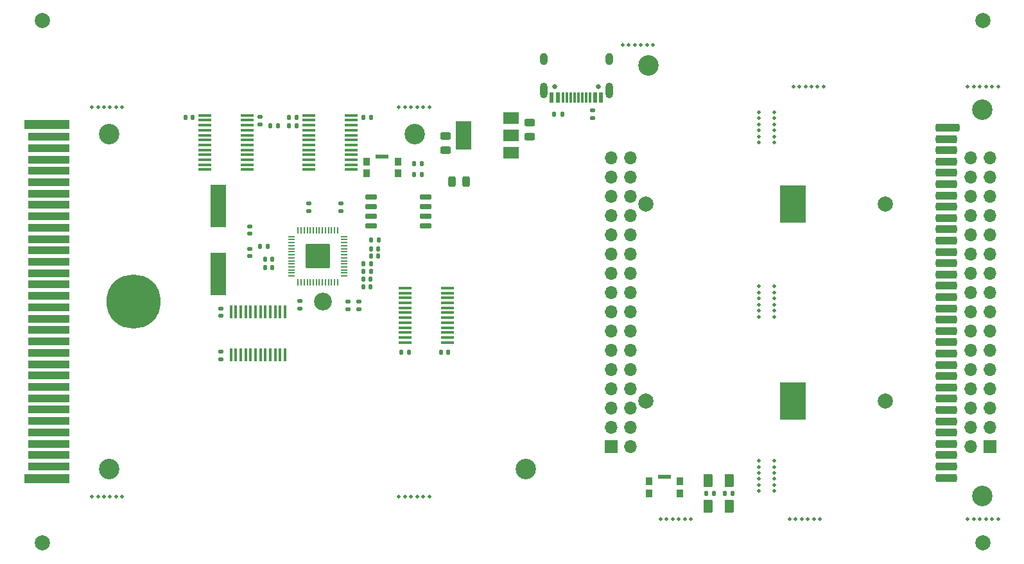
<source format=gts>
G04 #@! TF.GenerationSoftware,KiCad,Pcbnew,6.0.2+dfsg-1*
G04 #@! TF.CreationDate,2022-11-20T12:02:48+01:00*
G04 #@! TF.ProjectId,gb-stream-cart,67622d73-7472-4656-916d-2d636172742e,REV1*
G04 #@! TF.SameCoordinates,PX4cf3b50PY7de2900*
G04 #@! TF.FileFunction,Soldermask,Top*
G04 #@! TF.FilePolarity,Negative*
%FSLAX46Y46*%
G04 Gerber Fmt 4.6, Leading zero omitted, Abs format (unit mm)*
G04 Created by KiCad (PCBNEW 6.0.2+dfsg-1) date 2022-11-20 12:02:48*
%MOMM*%
%LPD*%
G01*
G04 APERTURE LIST*
G04 Aperture macros list*
%AMRoundRect*
0 Rectangle with rounded corners*
0 $1 Rounding radius*
0 $2 $3 $4 $5 $6 $7 $8 $9 X,Y pos of 4 corners*
0 Add a 4 corners polygon primitive as box body*
4,1,4,$2,$3,$4,$5,$6,$7,$8,$9,$2,$3,0*
0 Add four circle primitives for the rounded corners*
1,1,$1+$1,$2,$3*
1,1,$1+$1,$4,$5*
1,1,$1+$1,$6,$7*
1,1,$1+$1,$8,$9*
0 Add four rect primitives between the rounded corners*
20,1,$1+$1,$2,$3,$4,$5,0*
20,1,$1+$1,$4,$5,$6,$7,0*
20,1,$1+$1,$6,$7,$8,$9,0*
20,1,$1+$1,$8,$9,$2,$3,0*%
G04 Aperture macros list end*
%ADD10RoundRect,0.135000X0.135000X0.185000X-0.135000X0.185000X-0.135000X-0.185000X0.135000X-0.185000X0*%
%ADD11RoundRect,0.147500X-0.147500X-0.172500X0.147500X-0.172500X0.147500X0.172500X-0.147500X0.172500X0*%
%ADD12RoundRect,0.243750X0.243750X0.456250X-0.243750X0.456250X-0.243750X-0.456250X0.243750X-0.456250X0*%
%ADD13RoundRect,0.147500X0.147500X0.172500X-0.147500X0.172500X-0.147500X-0.172500X0.147500X-0.172500X0*%
%ADD14C,2.000000*%
%ADD15RoundRect,0.135000X-0.135000X-0.185000X0.135000X-0.185000X0.135000X0.185000X-0.135000X0.185000X0*%
%ADD16RoundRect,0.140000X-0.140000X-0.170000X0.140000X-0.170000X0.140000X0.170000X-0.140000X0.170000X0*%
%ADD17C,0.500000*%
%ADD18R,2.100000X5.600000*%
%ADD19RoundRect,0.243750X-0.456250X0.243750X-0.456250X-0.243750X0.456250X-0.243750X0.456250X0.243750X0*%
%ADD20RoundRect,0.147500X-0.172500X0.147500X-0.172500X-0.147500X0.172500X-0.147500X0.172500X0.147500X0*%
%ADD21R,2.000000X1.500000*%
%ADD22R,2.000000X3.800000*%
%ADD23R,3.500000X5.000000*%
%ADD24RoundRect,0.275000X1.125000X-0.275000X1.125000X0.275000X-1.125000X0.275000X-1.125000X-0.275000X0*%
%ADD25RoundRect,0.275000X1.325000X-0.275000X1.325000X0.275000X-1.325000X0.275000X-1.325000X-0.275000X0*%
%ADD26C,2.350000*%
%ADD27R,1.676400X0.355600*%
%ADD28C,2.700000*%
%ADD29C,7.150000*%
%ADD30RoundRect,0.147500X0.172500X-0.147500X0.172500X0.147500X-0.172500X0.147500X-0.172500X-0.147500X0*%
%ADD31C,0.650000*%
%ADD32R,0.600000X1.450000*%
%ADD33R,0.300000X1.450000*%
%ADD34O,1.000000X2.100000*%
%ADD35O,1.000000X1.600000*%
%ADD36R,0.355600X1.676400*%
%ADD37RoundRect,0.140000X0.140000X0.170000X-0.140000X0.170000X-0.140000X-0.170000X0.140000X-0.170000X0*%
%ADD38RoundRect,0.135000X0.185000X-0.135000X0.185000X0.135000X-0.185000X0.135000X-0.185000X-0.135000X0*%
%ADD39RoundRect,0.250000X0.375000X0.625000X-0.375000X0.625000X-0.375000X-0.625000X0.375000X-0.625000X0*%
%ADD40R,0.900000X1.000000*%
%ADD41R,1.700000X0.550000*%
%ADD42RoundRect,0.050000X-0.050000X0.387500X-0.050000X-0.387500X0.050000X-0.387500X0.050000X0.387500X0*%
%ADD43RoundRect,0.050000X-0.387500X0.050000X-0.387500X-0.050000X0.387500X-0.050000X0.387500X0.050000X0*%
%ADD44RoundRect,0.144000X-1.456000X1.456000X-1.456000X-1.456000X1.456000X-1.456000X1.456000X1.456000X0*%
%ADD45RoundRect,0.150000X0.650000X0.150000X-0.650000X0.150000X-0.650000X-0.150000X0.650000X-0.150000X0*%
%ADD46RoundRect,0.140000X0.170000X-0.140000X0.170000X0.140000X-0.170000X0.140000X-0.170000X-0.140000X0*%
%ADD47R,6.000000X1.300000*%
%ADD48R,5.500000X1.000000*%
%ADD49RoundRect,0.140000X-0.170000X0.140000X-0.170000X-0.140000X0.170000X-0.140000X0.170000X0.140000X0*%
%ADD50R,1.700000X1.700000*%
%ADD51O,1.700000X1.700000*%
G04 APERTURE END LIST*
D10*
X94410000Y10400000D03*
X93390000Y10400000D03*
D11*
X46730000Y43830000D03*
X47700000Y43830000D03*
D12*
X59237500Y51500000D03*
X57362500Y51500000D03*
D13*
X33700000Y41300250D03*
X32730000Y41300250D03*
D14*
X127400000Y3850000D03*
D15*
X52380000Y53900000D03*
X53400000Y53900000D03*
D16*
X55920000Y29000000D03*
X56880000Y29000000D03*
D17*
X97900000Y34500000D03*
X99900000Y36900000D03*
X97900000Y33700000D03*
X99900000Y35300000D03*
X99900000Y33700000D03*
X97900000Y35300000D03*
X99900000Y37700000D03*
X97900000Y36900000D03*
X99900000Y34500000D03*
X97900000Y36100000D03*
X97900000Y37700000D03*
X99900000Y36100000D03*
D10*
X36910000Y58900000D03*
X35890000Y58900000D03*
D18*
X26584000Y48340250D03*
X26584000Y39340250D03*
D17*
X97900000Y58300000D03*
X99900000Y58300000D03*
X97900000Y60700000D03*
X97900000Y56700000D03*
X97900000Y59100000D03*
X97900000Y57500000D03*
X99900000Y59900000D03*
X99900000Y57500000D03*
X99900000Y56700000D03*
X97900000Y59900000D03*
X99900000Y59100000D03*
X99900000Y60700000D03*
D19*
X56500000Y57550000D03*
X56500000Y55675000D03*
D20*
X45100000Y35681250D03*
X45100000Y34711250D03*
D17*
X103200000Y64099999D03*
X106400000Y64099999D03*
X104800000Y64099999D03*
X102400000Y64099999D03*
X105600000Y64099999D03*
X104000000Y64099999D03*
D21*
X65200000Y55337500D03*
X65200000Y57637500D03*
D22*
X58900000Y57637500D03*
D21*
X65200000Y59937500D03*
D11*
X45700000Y37681250D03*
X46670000Y37681250D03*
D14*
X114555000Y22550000D03*
X114555000Y48550000D03*
D23*
X102305000Y48550000D03*
X102305000Y22550000D03*
D24*
X122545000Y12455000D03*
X122545000Y13945000D03*
X122545000Y15435000D03*
X122545000Y16925000D03*
X122545000Y18415000D03*
X122545000Y19905000D03*
X122545000Y21395000D03*
X122545000Y22885000D03*
X122545000Y24375000D03*
X122545000Y25865000D03*
X122545000Y27355000D03*
X122545000Y28845000D03*
X122545000Y30335000D03*
X122545000Y31825000D03*
X122545000Y33315000D03*
X122545000Y34805000D03*
X122545000Y36295000D03*
X122545000Y37785000D03*
X122545000Y39275000D03*
X122545000Y40765000D03*
X122545000Y42255000D03*
X122545000Y43745000D03*
X122545000Y45235000D03*
X122545000Y46725000D03*
X122545000Y48215000D03*
X122545000Y49705000D03*
X122545000Y51195000D03*
X122545000Y52685000D03*
X122545000Y54175000D03*
X122545000Y55665000D03*
X122545000Y57155000D03*
D25*
X122745000Y58645000D03*
D15*
X70890000Y60400000D03*
X71910000Y60400000D03*
D16*
X35920000Y60000000D03*
X36880000Y60000000D03*
D17*
X11500000Y10000000D03*
X9900000Y10000000D03*
X12300000Y10000000D03*
X13900000Y10000000D03*
X13100000Y10000000D03*
X10700000Y10000000D03*
D10*
X91910000Y10400000D03*
X90890000Y10400000D03*
D26*
X40350000Y35700000D03*
D27*
X38480600Y60274999D03*
X38480600Y59625000D03*
X38480600Y58975002D03*
X38480600Y58325001D03*
X38480600Y57675002D03*
X38480600Y57025001D03*
X38480600Y56375002D03*
X38480600Y55725001D03*
X38480600Y55075002D03*
X38480600Y54425001D03*
X38480600Y53775002D03*
X38480600Y53125001D03*
X44119400Y53125001D03*
X44119400Y53775000D03*
X44119400Y54425001D03*
X44119400Y55074999D03*
X44119400Y55725001D03*
X44119400Y56374999D03*
X44119400Y57024998D03*
X44119400Y57674999D03*
X44119400Y58324998D03*
X44119400Y58974999D03*
X44119400Y59624998D03*
X44119400Y60274999D03*
X24780600Y60274999D03*
X24780600Y59625000D03*
X24780600Y58975002D03*
X24780600Y58325001D03*
X24780600Y57675002D03*
X24780600Y57025001D03*
X24780600Y56375002D03*
X24780600Y55725001D03*
X24780600Y55075002D03*
X24780600Y54425001D03*
X24780600Y53775002D03*
X24780600Y53125001D03*
X30419400Y53125001D03*
X30419400Y53775000D03*
X30419400Y54425001D03*
X30419400Y55074999D03*
X30419400Y55725001D03*
X30419400Y56374999D03*
X30419400Y57024998D03*
X30419400Y57674999D03*
X30419400Y58324998D03*
X30419400Y58974999D03*
X30419400Y59624998D03*
X30419400Y60274999D03*
D10*
X53400000Y52500000D03*
X52380000Y52500000D03*
D28*
X83300000Y66850000D03*
X12150000Y57800000D03*
D20*
X30700000Y42681250D03*
X30700000Y41711250D03*
D29*
X15400000Y35700000D03*
D10*
X33095000Y42981250D03*
X32075000Y42981250D03*
D30*
X42700000Y47681250D03*
X42700000Y48651250D03*
D28*
X127300000Y10050000D03*
D17*
X126200000Y7000000D03*
X127000000Y7000000D03*
X127800000Y7000000D03*
X129400000Y7000000D03*
X128600000Y7000000D03*
X125400000Y7000000D03*
D28*
X67100000Y13600000D03*
D17*
X79900000Y69600000D03*
X82300000Y69600000D03*
X81500000Y69600000D03*
X80700000Y69600000D03*
X83100000Y69600000D03*
X83900000Y69600000D03*
D31*
X76690000Y64060000D03*
X70910000Y64060000D03*
D32*
X77050000Y62615000D03*
X76250000Y62615000D03*
D33*
X75050000Y62615000D03*
X74050000Y62615000D03*
X73550000Y62615000D03*
X72550000Y62615000D03*
D32*
X71350000Y62615000D03*
X70550000Y62615000D03*
X70550000Y62615000D03*
X71350000Y62615000D03*
D33*
X72050000Y62615000D03*
X73050000Y62615000D03*
X74550000Y62615000D03*
X75550000Y62615000D03*
D32*
X76250000Y62615000D03*
X77050000Y62615000D03*
D34*
X78120000Y63530000D03*
D35*
X78120000Y67710000D03*
D34*
X69480000Y63530000D03*
D35*
X69480000Y67710000D03*
D36*
X28225001Y28680600D03*
X28875000Y28680600D03*
X29524998Y28680600D03*
X30174999Y28680600D03*
X30824998Y28680600D03*
X31474999Y28680600D03*
X32124998Y28680600D03*
X32774999Y28680600D03*
X33424998Y28680600D03*
X34074999Y28680600D03*
X34724998Y28680600D03*
X35374999Y28680600D03*
X35374999Y34319400D03*
X34725000Y34319400D03*
X34074999Y34319400D03*
X33425001Y34319400D03*
X32774999Y34319400D03*
X32125001Y34319400D03*
X31475002Y34319400D03*
X30825001Y34319400D03*
X30175002Y34319400D03*
X29525001Y34319400D03*
X28875002Y34319400D03*
X28225001Y34319400D03*
D10*
X34410000Y58900000D03*
X33390000Y58900000D03*
D11*
X46700000Y42681250D03*
X47670000Y42681250D03*
D30*
X38500000Y47681250D03*
X38500000Y48651250D03*
D37*
X51680000Y29000000D03*
X50720000Y29000000D03*
D14*
X127400000Y72750000D03*
D17*
X88900000Y7000000D03*
X85700000Y7000000D03*
X88100000Y7000000D03*
X86500000Y7000000D03*
X84900000Y7000000D03*
X87300000Y7000000D03*
D38*
X75900000Y59890000D03*
X75900000Y60910000D03*
D14*
X3400000Y72750000D03*
D13*
X33700000Y40181250D03*
X32730000Y40181250D03*
D39*
X94000000Y8700000D03*
X91200000Y8700000D03*
D14*
X3400000Y3850000D03*
D28*
X127300000Y61050000D03*
D11*
X46700000Y41681250D03*
X47670000Y41681250D03*
D40*
X50250000Y54200000D03*
X46150000Y54200000D03*
X46150000Y52600000D03*
X50250000Y52600000D03*
D41*
X48200000Y54825000D03*
D19*
X67600000Y59337500D03*
X67600000Y57462500D03*
D42*
X42300000Y45118750D03*
X41900000Y45118750D03*
X41500000Y45118750D03*
X41100000Y45118750D03*
X40700000Y45118750D03*
X40300000Y45118750D03*
X39900000Y45118750D03*
X39500000Y45118750D03*
X39100000Y45118750D03*
X38700000Y45118750D03*
X38300000Y45118750D03*
X37900000Y45118750D03*
X37500000Y45118750D03*
X37100000Y45118750D03*
D43*
X36262500Y44281250D03*
X36262500Y43881250D03*
X36262500Y43481250D03*
X36262500Y43081250D03*
X36262500Y42681250D03*
X36262500Y42281250D03*
X36262500Y41881250D03*
X36262500Y41481250D03*
X36262500Y41081250D03*
X36262500Y40681250D03*
X36262500Y40281250D03*
X36262500Y39881250D03*
X36262500Y39481250D03*
X36262500Y39081250D03*
D42*
X37100000Y38243750D03*
X37500000Y38243750D03*
X37900000Y38243750D03*
X38300000Y38243750D03*
X38700000Y38243750D03*
X39100000Y38243750D03*
X39500000Y38243750D03*
X39900000Y38243750D03*
X40300000Y38243750D03*
X40700000Y38243750D03*
X41100000Y38243750D03*
X41500000Y38243750D03*
X41900000Y38243750D03*
X42300000Y38243750D03*
D43*
X43137500Y39081250D03*
X43137500Y39481250D03*
X43137500Y39881250D03*
X43137500Y40281250D03*
X43137500Y40681250D03*
X43137500Y41081250D03*
X43137500Y41481250D03*
X43137500Y41881250D03*
X43137500Y42281250D03*
X43137500Y42681250D03*
X43137500Y43081250D03*
X43137500Y43481250D03*
X43137500Y43881250D03*
X43137500Y44281250D03*
D44*
X39700000Y41681250D03*
D28*
X12200000Y13600000D03*
D10*
X46695000Y40681250D03*
X45675000Y40681250D03*
D17*
X126200000Y64100000D03*
X127000000Y64100000D03*
X127800000Y64100000D03*
X125400000Y64100000D03*
X129400000Y64100000D03*
X128600000Y64100000D03*
D39*
X94000000Y12100000D03*
X91200000Y12100000D03*
D16*
X22220000Y60000000D03*
X23180000Y60000000D03*
D30*
X30700000Y44681250D03*
X30700000Y45651250D03*
D37*
X46680000Y60000000D03*
X45720000Y60000000D03*
D45*
X53950000Y45700000D03*
X53950000Y46970000D03*
X53950000Y48240000D03*
X53950000Y49510000D03*
X46750000Y49510000D03*
X46750000Y48240000D03*
X46750000Y46970000D03*
X46750000Y45700000D03*
D40*
X83350000Y12000000D03*
X87450000Y12000000D03*
X83350000Y10400000D03*
X87450000Y10400000D03*
D41*
X85400000Y12625000D03*
D11*
X45700000Y38681250D03*
X46670000Y38681250D03*
D46*
X26900000Y33820000D03*
X26900000Y34780000D03*
D17*
X11500000Y61400000D03*
X13900000Y61400000D03*
X10700000Y61400000D03*
X9900000Y61400000D03*
X12300000Y61400000D03*
X13100000Y61400000D03*
X99900000Y12300000D03*
X97900000Y10700000D03*
X97900000Y13100000D03*
X99900000Y13100000D03*
X97900000Y14700000D03*
X99900000Y10700000D03*
X97900000Y13900000D03*
X99900000Y13900000D03*
X97900000Y12300000D03*
X99900000Y11500000D03*
X99900000Y14700000D03*
X97900000Y11500000D03*
D20*
X37300000Y35781250D03*
X37300000Y34811250D03*
X43700000Y35681250D03*
X43700000Y34711250D03*
D17*
X104300000Y7000000D03*
X105900000Y7000000D03*
X102700000Y7000000D03*
X105100000Y7000000D03*
X101900000Y7000000D03*
X103500000Y7000000D03*
D46*
X32100000Y59100000D03*
X32100000Y60060000D03*
D17*
X54400000Y61400000D03*
X51200000Y61400000D03*
X52800000Y61400000D03*
X52000000Y61400000D03*
X53600000Y61400000D03*
X50400000Y61400000D03*
D10*
X46695000Y39681250D03*
X45675000Y39681250D03*
D17*
X53600000Y10000000D03*
X54400000Y10000000D03*
X52000000Y10000000D03*
X50400000Y10000000D03*
X51200000Y10000000D03*
X52800000Y10000000D03*
D47*
X4000000Y59100000D03*
D48*
X4250000Y57450000D03*
X4250000Y55950000D03*
X4250000Y54450000D03*
X4250000Y52950000D03*
X4250000Y51450000D03*
X4250000Y49950000D03*
X4250000Y48450000D03*
X4250000Y46950000D03*
X4250000Y45450000D03*
X4250000Y43950000D03*
X4250000Y42450000D03*
X4250000Y40950000D03*
X4250000Y39450000D03*
X4250000Y37950000D03*
X4250000Y36450000D03*
X4250000Y34950000D03*
X4250000Y33450000D03*
X4250000Y31950000D03*
X4250000Y30450000D03*
X4250000Y28950000D03*
X4250000Y27450000D03*
X4250000Y25950000D03*
X4250000Y24450000D03*
X4250000Y22950000D03*
X4250000Y21450000D03*
X4250000Y19950000D03*
X4250000Y18450000D03*
X4250000Y16950000D03*
X4250000Y15450000D03*
X4250000Y13950000D03*
D47*
X4000000Y12300000D03*
D27*
X56819400Y30325001D03*
X56819400Y30975000D03*
X56819400Y31624998D03*
X56819400Y32274999D03*
X56819400Y32924998D03*
X56819400Y33574999D03*
X56819400Y34224998D03*
X56819400Y34874999D03*
X56819400Y35524998D03*
X56819400Y36174999D03*
X56819400Y36824998D03*
X56819400Y37474999D03*
X51180600Y37474999D03*
X51180600Y36825000D03*
X51180600Y36174999D03*
X51180600Y35525001D03*
X51180600Y34874999D03*
X51180600Y34225001D03*
X51180600Y33575002D03*
X51180600Y32925001D03*
X51180600Y32275002D03*
X51180600Y31625001D03*
X51180600Y30975002D03*
X51180600Y30325001D03*
D49*
X26900000Y29080000D03*
X26900000Y28120000D03*
D28*
X52500000Y57800000D03*
D50*
X128320000Y16550000D03*
D51*
X125780000Y16550000D03*
X128320000Y19090000D03*
X125780000Y19090000D03*
X128320000Y21630000D03*
X125780000Y21630000D03*
X128320000Y24170000D03*
X125780000Y24170000D03*
X128320000Y26710000D03*
X125780000Y26710000D03*
X128320000Y29250000D03*
X125780000Y29250000D03*
X128320000Y31790000D03*
X125780000Y31790000D03*
X128320000Y34330000D03*
X125780000Y34330000D03*
X128320000Y36870000D03*
X125780000Y36870000D03*
X128320000Y39410000D03*
X125780000Y39410000D03*
X128320000Y41950000D03*
X125780000Y41950000D03*
X128320000Y44490000D03*
X125780000Y44490000D03*
X128320000Y47030000D03*
X125780000Y47030000D03*
X128320000Y49570000D03*
X125780000Y49570000D03*
X128320000Y52110000D03*
X125780000Y52110000D03*
X128320000Y54650000D03*
X125780000Y54650000D03*
D14*
X83000000Y22600000D03*
X83000000Y48600000D03*
D50*
X78350000Y16550000D03*
D51*
X80890000Y16550000D03*
X78350000Y19090000D03*
X80890000Y19090000D03*
X78350000Y21630000D03*
X80890000Y21630000D03*
X78350000Y24170000D03*
X80890000Y24170000D03*
X78350000Y26710000D03*
X80890000Y26710000D03*
X78350000Y29250000D03*
X80890000Y29250000D03*
X78350000Y31790000D03*
X80890000Y31790000D03*
X78350000Y34330000D03*
X80890000Y34330000D03*
X78350000Y36870000D03*
X80890000Y36870000D03*
X78350000Y39410000D03*
X80890000Y39410000D03*
X78350000Y41950000D03*
X80890000Y41950000D03*
X78350000Y44490000D03*
X80890000Y44490000D03*
X78350000Y47030000D03*
X80890000Y47030000D03*
X78350000Y49570000D03*
X80890000Y49570000D03*
X78350000Y52110000D03*
X80890000Y52110000D03*
X78350000Y54650000D03*
X80890000Y54650000D03*
M02*

</source>
